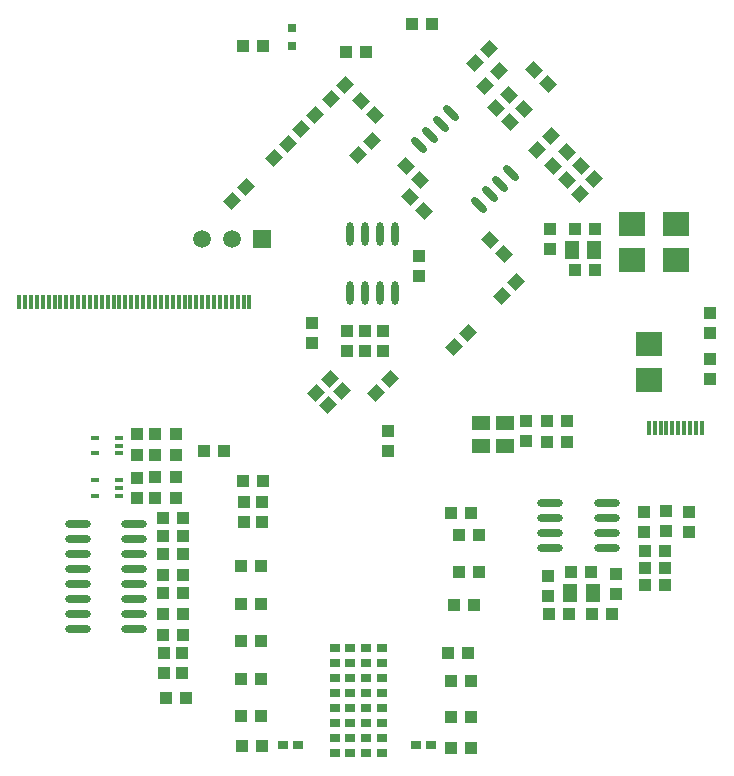
<source format=gtp>
%FSDAX23Y23*%
%MOIN*%
%SFA1B1*%

%IPPOS*%
%AMD13*
4,1,4,0.006900,-0.023600,0.023600,-0.006900,-0.006900,0.023600,-0.023600,0.006900,0.006900,-0.023600,0.0*
1,1,0.023600,0.015300,-0.015300*
1,1,0.023600,-0.015300,0.015300*
%
%AMD17*
4,1,4,-0.001300,0.029200,-0.029200,0.001300,0.001300,-0.029200,0.029200,-0.001300,-0.001300,0.029200,0.0*
%
%AMD18*
4,1,4,0.029200,0.001300,0.001300,0.029200,-0.029200,-0.001300,-0.001300,-0.029200,0.029200,0.001300,0.0*
%
%ADD10R,0.039400X0.043300*%
%ADD11R,0.043300X0.039400*%
%ADD12R,0.031500X0.031500*%
G04~CAMADD=13~3~0.0~0.0~236.0~669.0~0.0~0.0~0~0.0~0.0~0.0~0.0~0~0.0~0.0~0.0~0.0~0~0.0~0.0~0.0~225.0~540.0~540.0*
%ADD13D13*%
%ADD14O,0.023600X0.078700*%
%ADD15O,0.086600X0.023600*%
%ADD16R,0.027600X0.015700*%
G04~CAMADD=17~9~0.0~0.0~394.0~433.0~0.0~0.0~0~0.0~0.0~0.0~0.0~0~0.0~0.0~0.0~0.0~0~0.0~0.0~0.0~45.0~584.0~583.0*
%ADD17D17*%
G04~CAMADD=18~9~0.0~0.0~394.0~433.0~0.0~0.0~0~0.0~0.0~0.0~0.0~0~0.0~0.0~0.0~0.0~0~0.0~0.0~0.0~315.0~584.0~583.0*
%ADD18D18*%
%ADD19R,0.035400X0.027600*%
%ADD20R,0.059100X0.059100*%
%ADD21C,0.059100*%
%ADD22R,0.013800X0.049200*%
%ADD23R,0.086600X0.078700*%
%ADD24R,0.051200X0.059100*%
%ADD25R,0.059100X0.051200*%
%ADD26R,0.011800X0.049200*%
%LNde-020717-1*%
%LPD*%
G54D10*
X03885Y03148D03*
Y03081D03*
X03880Y01925D03*
Y01991D03*
X02865Y02171D03*
Y02238D03*
X03330Y02808D03*
Y02741D03*
X04105Y01998D03*
Y01931D03*
X02600Y01735D03*
Y01668D03*
X03210Y02741D03*
Y02808D03*
X03270Y02741D03*
Y02808D03*
X04420Y02715D03*
Y02648D03*
Y02801D03*
Y02868D03*
X03447Y03059D03*
Y02992D03*
X04350Y02207D03*
Y02140D03*
X04200Y02207D03*
Y02140D03*
X02509Y02319D03*
Y02252D03*
X02660Y01668D03*
Y01735D03*
X02509Y02464D03*
Y02397D03*
X03344Y02409D03*
Y02476D03*
X02925Y02238D03*
Y02171D03*
X03092Y02837D03*
Y02770D03*
X03805Y02441D03*
Y02508D03*
X04273Y02208D03*
Y02141D03*
G54D11*
X04268Y02077D03*
X04201D03*
X03943Y02510D03*
X03876D03*
X04025Y01866D03*
X04092D03*
X02637Y02321D03*
X02570D03*
Y02251D03*
X02637D03*
X02596Y01795D03*
X02663D03*
X02661Y01865D03*
X02594D03*
X02663Y01935D03*
X02596D03*
X02663Y01995D03*
X02596D03*
X02637Y02466D03*
X02570D03*
X02663Y02065D03*
X02596D03*
X02663Y02125D03*
X02596D03*
X02663Y02185D03*
X02596D03*
X02861Y03760D03*
X02928D03*
X02570Y02396D03*
X02637D03*
X03273Y03740D03*
X03206D03*
X04270Y01961D03*
X04203D03*
X04270Y02019D03*
X04203D03*
X04036Y03150D03*
X03969D03*
X04036Y03011D03*
X03969D03*
X03948Y01865D03*
X03881D03*
X04023Y02005D03*
X03956D03*
X02673Y01585D03*
X02606D03*
X02731Y02410D03*
X02798D03*
X03492Y03831D03*
X03425D03*
X02858Y01427D03*
X02925D03*
X02856Y01525D03*
X02923D03*
X02856Y01650D03*
X02923D03*
X02856Y01775D03*
X02923D03*
X02856Y01900D03*
X02923D03*
X02856Y02025D03*
X02923D03*
X03623Y02202D03*
X03556D03*
X03648Y02130D03*
X03581D03*
X03648Y02005D03*
X03581D03*
X03876Y02440D03*
X03943D03*
X03633Y01897D03*
X03566D03*
X03613Y01735D03*
X03546D03*
X03623Y01642D03*
X03556D03*
X03623Y01521D03*
X03556D03*
X03623Y01420D03*
X03556D03*
X02928Y02310D03*
X02861D03*
G54D12*
X03025Y03819D03*
Y03760D03*
G54D13*
X03649Y03229D03*
X03684Y03264D03*
X03720Y03300D03*
X03755Y03335D03*
X03450Y03428D03*
X03485Y03463D03*
X03521Y03499D03*
X03556Y03534D03*
G54D14*
X03219Y02936D03*
X03269D03*
X03319D03*
X03369D03*
X03219Y03133D03*
X03269D03*
X03319D03*
X03369D03*
G54D15*
X03886Y02235D03*
Y02185D03*
Y02135D03*
Y02085D03*
X04075Y02235D03*
Y02185D03*
Y02135D03*
Y02085D03*
X02500Y01815D03*
Y01865D03*
Y01915D03*
Y01965D03*
Y02015D03*
Y02065D03*
Y02115D03*
Y02165D03*
X02311Y01815D03*
Y01865D03*
Y01915D03*
Y01965D03*
Y02015D03*
Y02065D03*
Y02115D03*
Y02165D03*
G54D16*
X02449Y02260D03*
Y02286D03*
Y02311D03*
X02368D03*
Y02260D03*
X02449Y02401D03*
Y02427D03*
Y02452D03*
X02368D03*
Y02401D03*
G54D17*
X03752Y03504D03*
X03704Y03551D03*
X03878Y03631D03*
X03831Y03678D03*
X03942Y03313D03*
X03895Y03360D03*
X03256Y03575D03*
X03303Y03528D03*
X03453Y03311D03*
X03406Y03358D03*
X03750Y03597D03*
X03798Y03550D03*
X03941Y03406D03*
X03988Y03359D03*
X03733Y03066D03*
X03686Y03113D03*
X03466Y03208D03*
X03419Y03255D03*
G54D18*
X03984Y03267D03*
X04031Y03314D03*
X03056Y03481D03*
X03103Y03528D03*
X03714Y03674D03*
X03667Y03627D03*
X03888Y03458D03*
X03841Y03411D03*
X03683Y03748D03*
X03636Y03701D03*
X03613Y02801D03*
X03566Y02754D03*
X03306Y02601D03*
X03353Y02648D03*
X03193Y02608D03*
X03146Y02561D03*
X03151Y02650D03*
X03104Y02603D03*
X03772Y02972D03*
X03725Y02925D03*
X03156Y03581D03*
X03203Y03628D03*
X02966Y03386D03*
X03013Y03433D03*
X02826Y03241D03*
X02873Y03288D03*
X03244Y03395D03*
X03291Y03442D03*
G54D19*
X03167Y01753D03*
X03219D03*
X03324D03*
X03273D03*
X03167Y01701D03*
X03219D03*
X03167Y01651D03*
X03219D03*
X03167Y01601D03*
X03219D03*
X03167Y01551D03*
X03219D03*
X03167Y01501D03*
X03219D03*
X03167Y01451D03*
X03219D03*
X03167Y01401D03*
X03219D03*
X03045Y01430D03*
X02994D03*
X03439D03*
X03490D03*
X03324Y01401D03*
X03273D03*
X03324Y01451D03*
X03273D03*
X03324Y01501D03*
X03273D03*
X03324Y01551D03*
X03273D03*
X03324Y01601D03*
X03273D03*
X03324Y01651D03*
X03273D03*
X03324Y01701D03*
X03273D03*
G54D20*
X02925Y03115D03*
G54D21*
X02825Y03115D03*
X02725D03*
G54D22*
X04214Y02485D03*
X04234D03*
X04254D03*
X04273D03*
X04293D03*
X04313D03*
X04332D03*
X04352D03*
X04372D03*
X04393D03*
G54D23*
X04215Y02645D03*
Y02764D03*
X04305Y03045D03*
Y03164D03*
X04160Y03045D03*
Y03164D03*
G54D24*
X03957Y03080D03*
X04032D03*
X03952Y01935D03*
X04027D03*
G54D25*
X03735Y02427D03*
Y02502D03*
X03655Y02427D03*
Y02502D03*
G54D26*
X02116Y02905D03*
X02135D03*
X02155D03*
X02175D03*
X02194D03*
X02214D03*
X02234D03*
X02253D03*
X02273D03*
X02293D03*
X02312D03*
X02332D03*
X02352D03*
X02371D03*
X02391D03*
X02411D03*
X02431D03*
X02450D03*
X02470D03*
X02490D03*
X02509D03*
X02529D03*
X02549D03*
X02568D03*
X02588D03*
X02608D03*
X02627D03*
X02647D03*
X02667D03*
X02686D03*
X02706D03*
X02726D03*
X02745D03*
X02765D03*
X02785D03*
X02805D03*
X02824D03*
X02844D03*
X02864D03*
X02883D03*
M02*
</source>
